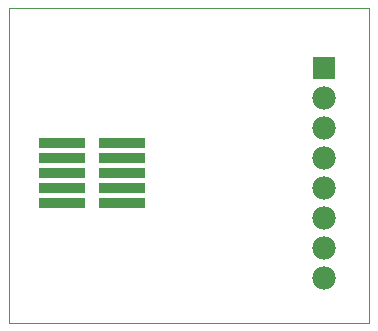
<source format=gts>
G75*
G70*
%OFA0B0*%
%FSLAX24Y24*%
%IPPOS*%
%LPD*%
%AMOC8*
5,1,8,0,0,1.08239X$1,22.5*
%
%ADD10C,0.0000*%
%ADD11R,0.0780X0.0780*%
%ADD12C,0.0780*%
%ADD13R,0.1540X0.0330*%
D10*
X000100Y000100D02*
X000100Y010600D01*
X012100Y010600D01*
X012100Y000100D01*
X000100Y000100D01*
D11*
X010600Y008600D03*
D12*
X010600Y007600D03*
X010600Y006600D03*
X010600Y005600D03*
X010600Y004600D03*
X010600Y003600D03*
X010600Y002600D03*
X010600Y001600D03*
D13*
X003850Y004100D03*
X003850Y004600D03*
X003850Y005100D03*
X003850Y005600D03*
X003850Y006100D03*
X001850Y006100D03*
X001850Y005600D03*
X001850Y005100D03*
X001850Y004600D03*
X001850Y004100D03*
M02*

</source>
